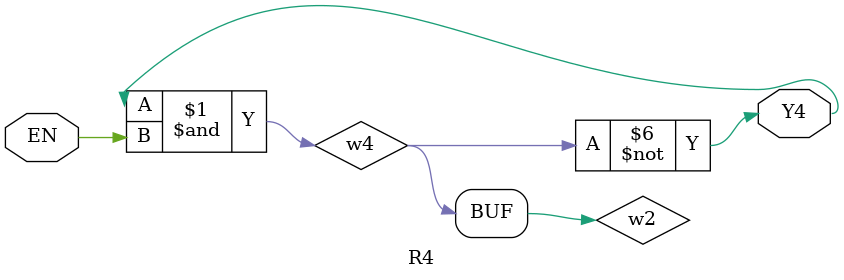
<source format=v>
`timescale 1ns / 1ps
module R4(EN,Y4
    );
input EN;
output Y4;
wire w1,w2,w3,w4,w5;
	nand #4(w1,Y4,EN);
	not #4(w2,w1);
	not #4(w3,w2);
	not #4(w4,w3);
	not #4(Y4,w4);

endmodule

</source>
